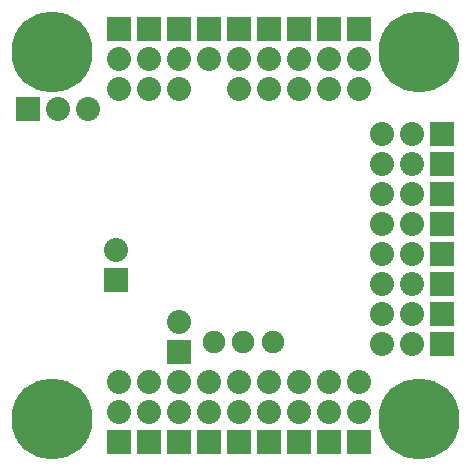
<source format=gbs>
G04 (created by PCBNEW-RS274X (2012-01-19 BZR 3256)-stable) date 10/26/2012 1:28:17 PM*
G01*
G70*
G90*
%MOIN*%
G04 Gerber Fmt 3.4, Leading zero omitted, Abs format*
%FSLAX34Y34*%
G04 APERTURE LIST*
%ADD10C,0.006000*%
%ADD11C,0.270000*%
%ADD12C,0.075000*%
%ADD13R,0.080000X0.080000*%
%ADD14C,0.080000*%
G04 APERTURE END LIST*
G54D10*
G54D11*
X64750Y-40250D03*
X64750Y-28000D03*
X52500Y-28000D03*
X52500Y-40250D03*
G54D12*
X57906Y-37660D03*
X59874Y-37660D03*
X58890Y-37660D03*
G54D13*
X55750Y-27250D03*
G54D14*
X55750Y-28250D03*
X55750Y-29250D03*
G54D13*
X51700Y-29900D03*
G54D14*
X52700Y-29900D03*
X53700Y-29900D03*
G54D13*
X62750Y-27250D03*
G54D14*
X62750Y-28250D03*
X62750Y-29250D03*
G54D13*
X65500Y-30750D03*
G54D14*
X64500Y-30750D03*
X63500Y-30750D03*
G54D13*
X65500Y-34750D03*
G54D14*
X64500Y-34750D03*
X63500Y-34750D03*
G54D13*
X65500Y-35750D03*
G54D14*
X64500Y-35750D03*
X63500Y-35750D03*
G54D13*
X65500Y-37750D03*
G54D14*
X64500Y-37750D03*
X63500Y-37750D03*
G54D13*
X65500Y-36750D03*
G54D14*
X64500Y-36750D03*
X63500Y-36750D03*
G54D13*
X62750Y-41000D03*
G54D14*
X62750Y-40000D03*
X62750Y-39000D03*
G54D13*
X61750Y-41000D03*
G54D14*
X61750Y-40000D03*
X61750Y-39000D03*
G54D13*
X59750Y-41000D03*
G54D14*
X59750Y-40000D03*
X59750Y-39000D03*
G54D13*
X60750Y-41000D03*
G54D14*
X60750Y-40000D03*
X60750Y-39000D03*
G54D13*
X58750Y-41000D03*
G54D14*
X58750Y-40000D03*
X58750Y-39000D03*
G54D13*
X65500Y-31750D03*
G54D14*
X64500Y-31750D03*
X63500Y-31750D03*
G54D13*
X65500Y-32750D03*
G54D14*
X64500Y-32750D03*
X63500Y-32750D03*
G54D13*
X65500Y-33750D03*
G54D14*
X64500Y-33750D03*
X63500Y-33750D03*
G54D13*
X57750Y-41000D03*
G54D14*
X57750Y-40000D03*
X57750Y-39000D03*
G54D13*
X56750Y-41000D03*
G54D14*
X56750Y-40000D03*
X56750Y-39000D03*
G54D13*
X55750Y-41000D03*
G54D14*
X55750Y-40000D03*
X55750Y-39000D03*
G54D13*
X54750Y-41000D03*
G54D14*
X54750Y-40000D03*
X54750Y-39000D03*
G54D13*
X54750Y-27250D03*
G54D14*
X54750Y-28250D03*
X54750Y-29250D03*
G54D13*
X61750Y-27250D03*
G54D14*
X61750Y-28250D03*
X61750Y-29250D03*
G54D13*
X60750Y-27250D03*
G54D14*
X60750Y-28250D03*
X60750Y-29250D03*
G54D13*
X59750Y-27250D03*
G54D14*
X59750Y-28250D03*
X59750Y-29250D03*
G54D13*
X58750Y-27250D03*
G54D14*
X58750Y-28250D03*
X58750Y-29250D03*
G54D13*
X56750Y-27250D03*
G54D14*
X56750Y-28250D03*
X56750Y-29250D03*
G54D13*
X54650Y-35600D03*
G54D14*
X54650Y-34600D03*
G54D13*
X57750Y-27250D03*
G54D14*
X57750Y-28250D03*
G54D13*
X56750Y-38000D03*
G54D14*
X56750Y-37000D03*
M02*

</source>
